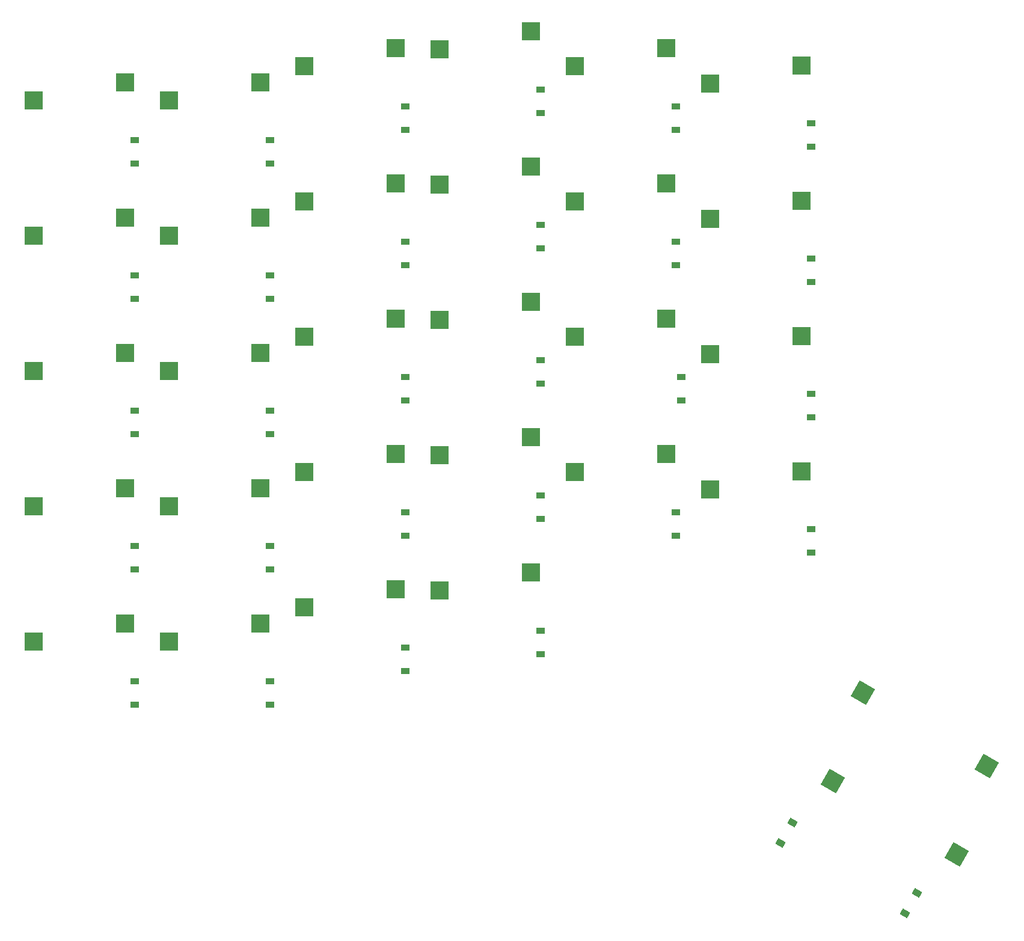
<source format=gbp>
%TF.GenerationSoftware,KiCad,Pcbnew,(6.0.1-0)*%
%TF.CreationDate,2022-02-08T23:28:17+08:00*%
%TF.ProjectId,nut-kb,6e75742d-6b62-42e6-9b69-6361645f7063,rev?*%
%TF.SameCoordinates,Original*%
%TF.FileFunction,Paste,Bot*%
%TF.FilePolarity,Positive*%
%FSLAX46Y46*%
G04 Gerber Fmt 4.6, Leading zero omitted, Abs format (unit mm)*
G04 Created by KiCad (PCBNEW (6.0.1-0)) date 2022-02-08 23:28:17*
%MOMM*%
%LPD*%
G01*
G04 APERTURE LIST*
G04 Aperture macros list*
%AMRotRect*
0 Rectangle, with rotation*
0 The origin of the aperture is its center*
0 $1 length*
0 $2 width*
0 $3 Rotation angle, in degrees counterclockwise*
0 Add horizontal line*
21,1,$1,$2,0,0,$3*%
G04 Aperture macros list end*
%ADD10RotRect,2.550000X2.500000X240.000000*%
%ADD11R,2.550000X2.500000*%
%ADD12R,1.200000X0.900000*%
%ADD13RotRect,0.900000X1.200000X60.000000*%
G04 APERTURE END LIST*
D10*
%TO.C,MX30*%
X152585955Y-122134210D03*
X148322159Y-134599320D03*
%TD*%
%TO.C,MX29*%
X135123455Y-111815460D03*
X130859659Y-124280570D03*
%TD*%
D11*
%TO.C,MX28*%
X75465000Y-97472500D03*
X88365000Y-94932500D03*
%TD*%
%TO.C,MX23*%
X107415000Y-78263750D03*
X94515000Y-80803750D03*
%TD*%
%TO.C,MX26*%
X37365000Y-104616250D03*
X50265000Y-102076250D03*
%TD*%
%TO.C,MX1*%
X31215000Y-25876250D03*
X18315000Y-28416250D03*
%TD*%
%TO.C,MX16*%
X75465000Y-59372500D03*
X88365000Y-56832500D03*
%TD*%
%TO.C,MX22*%
X88365000Y-75882500D03*
X75465000Y-78422500D03*
%TD*%
%TO.C,MX25*%
X31215000Y-102076250D03*
X18315000Y-104616250D03*
%TD*%
%TO.C,MX3*%
X69315000Y-21113750D03*
X56415000Y-23653750D03*
%TD*%
%TO.C,MX2*%
X37365000Y-28416250D03*
X50265000Y-25876250D03*
%TD*%
%TO.C,MX11*%
X107415000Y-40163750D03*
X94515000Y-42703750D03*
%TD*%
%TO.C,MX5*%
X94515000Y-23653750D03*
X107415000Y-21113750D03*
%TD*%
%TO.C,MX21*%
X56415000Y-80803750D03*
X69315000Y-78263750D03*
%TD*%
%TO.C,MX7*%
X18315000Y-47466250D03*
X31215000Y-44926250D03*
%TD*%
%TO.C,MX20*%
X50265000Y-83026250D03*
X37365000Y-85566250D03*
%TD*%
%TO.C,MX4*%
X88365000Y-18732500D03*
X75465000Y-21272500D03*
%TD*%
%TO.C,MX19*%
X31215000Y-83026250D03*
X18315000Y-85566250D03*
%TD*%
%TO.C,MX15*%
X56415000Y-61753750D03*
X69315000Y-59213750D03*
%TD*%
%TO.C,MX8*%
X37365000Y-47466250D03*
X50265000Y-44926250D03*
%TD*%
%TO.C,MX17*%
X94515000Y-61753750D03*
X107415000Y-59213750D03*
%TD*%
%TO.C,MX10*%
X75465000Y-40322500D03*
X88365000Y-37782500D03*
%TD*%
%TO.C,MX24*%
X113565000Y-83185000D03*
X126465000Y-80645000D03*
%TD*%
%TO.C,MX14*%
X50265000Y-63976250D03*
X37365000Y-66516250D03*
%TD*%
%TO.C,MX9*%
X56415000Y-42703750D03*
X69315000Y-40163750D03*
%TD*%
%TO.C,MX27*%
X56415000Y-99853750D03*
X69315000Y-97313750D03*
%TD*%
%TO.C,MX12*%
X126465000Y-42545000D03*
X113565000Y-45085000D03*
%TD*%
%TO.C,MX18*%
X113565000Y-64135000D03*
X126465000Y-61595000D03*
%TD*%
%TO.C,MX6*%
X126465000Y-23495000D03*
X113565000Y-26035000D03*
%TD*%
%TO.C,MX13*%
X31215000Y-63976250D03*
X18315000Y-66516250D03*
%TD*%
D12*
%TO.C,D17*%
X109537500Y-70706250D03*
X109537500Y-67406250D03*
%TD*%
%TO.C,D14*%
X51593750Y-75468750D03*
X51593750Y-72168750D03*
%TD*%
%TO.C,D9*%
X70643750Y-51656250D03*
X70643750Y-48356250D03*
%TD*%
%TO.C,D21*%
X70643750Y-89756250D03*
X70643750Y-86456250D03*
%TD*%
%TO.C,D6*%
X127793750Y-34987500D03*
X127793750Y-31687500D03*
%TD*%
%TO.C,D26*%
X51593750Y-113568750D03*
X51593750Y-110268750D03*
%TD*%
D13*
%TO.C,D29*%
X123508000Y-133000942D03*
X125158000Y-130143058D03*
%TD*%
D12*
%TO.C,D7*%
X32543750Y-56418750D03*
X32543750Y-53118750D03*
%TD*%
%TO.C,D23*%
X108743750Y-89756250D03*
X108743750Y-86456250D03*
%TD*%
%TO.C,D12*%
X127793750Y-54037500D03*
X127793750Y-50737500D03*
%TD*%
%TO.C,D3*%
X70643750Y-32606250D03*
X70643750Y-29306250D03*
%TD*%
%TO.C,D28*%
X89693750Y-106425000D03*
X89693750Y-103125000D03*
%TD*%
%TO.C,D22*%
X89693750Y-87375000D03*
X89693750Y-84075000D03*
%TD*%
%TO.C,D15*%
X70643750Y-70706250D03*
X70643750Y-67406250D03*
%TD*%
%TO.C,D11*%
X108743750Y-51656250D03*
X108743750Y-48356250D03*
%TD*%
%TO.C,D24*%
X127793750Y-92137500D03*
X127793750Y-88837500D03*
%TD*%
%TO.C,D27*%
X70643750Y-108806250D03*
X70643750Y-105506250D03*
%TD*%
D13*
%TO.C,D30*%
X141034000Y-142906942D03*
X142684000Y-140049058D03*
%TD*%
D12*
%TO.C,D20*%
X51593750Y-94518750D03*
X51593750Y-91218750D03*
%TD*%
%TO.C,D19*%
X32543750Y-94518750D03*
X32543750Y-91218750D03*
%TD*%
%TO.C,D1*%
X32543750Y-37368750D03*
X32543750Y-34068750D03*
%TD*%
%TO.C,D25*%
X32543750Y-113568750D03*
X32543750Y-110268750D03*
%TD*%
%TO.C,D4*%
X89693750Y-30225000D03*
X89693750Y-26925000D03*
%TD*%
%TO.C,D2*%
X51593750Y-37368750D03*
X51593750Y-34068750D03*
%TD*%
%TO.C,D8*%
X51593750Y-56418750D03*
X51593750Y-53118750D03*
%TD*%
%TO.C,D5*%
X108743750Y-32606250D03*
X108743750Y-29306250D03*
%TD*%
%TO.C,D10*%
X89693750Y-49275000D03*
X89693750Y-45975000D03*
%TD*%
%TO.C,D18*%
X127793750Y-73087500D03*
X127793750Y-69787500D03*
%TD*%
%TO.C,D13*%
X32543750Y-75468750D03*
X32543750Y-72168750D03*
%TD*%
%TO.C,D16*%
X89693750Y-68325000D03*
X89693750Y-65025000D03*
%TD*%
M02*

</source>
